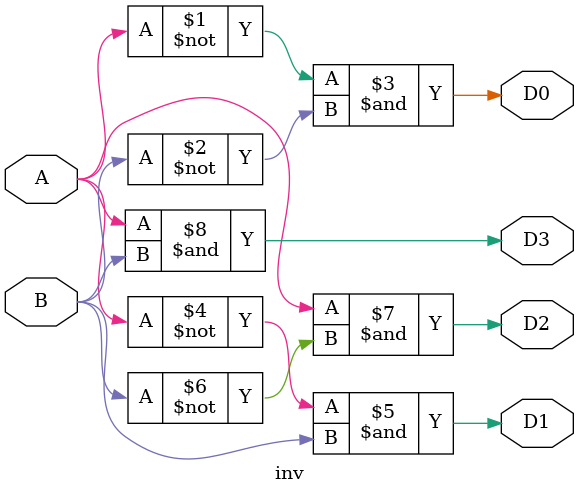
<source format=v>
`timescale 1ns / 1ps


module inv(
    input A, B,
    output D0, D1, D2, D3
    );
    assign D0 = (~A)&(~B);
    assign D1 = (~A)&B;
    assign D2 = A&(~B);
    assign D3 = A&B;
    
endmodule

</source>
